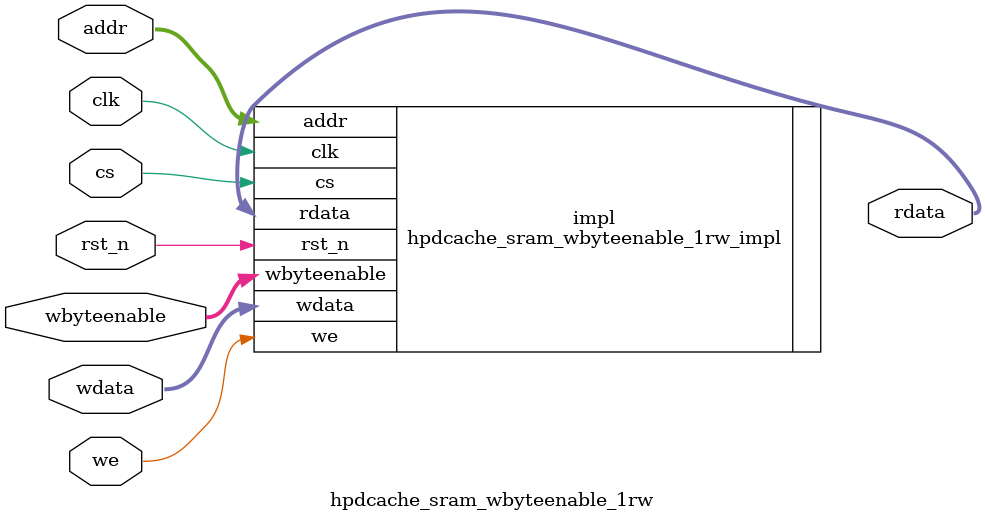
<source format=sv>
/*
 *  Copyright 2023 CEA*
 *  *Commissariat a l'Energie Atomique et aux Energies Alternatives (CEA)
 *
 *  SPDX-License-Identifier: Apache-2.0 WITH SHL-2.1
 *
 *  Licensed under the Solderpad Hardware License v 2.1 (the “License”); you
 *  may not use this file except in compliance with the License, or, at your
 *  option, the Apache License version 2.0. You may obtain a copy of the
 *  License at
 *
 *  https://solderpad.org/licenses/SHL-2.1/
 *
 *  Unless required by applicable law or agreed to in writing, any work
 *  distributed under the License is distributed on an “AS IS” BASIS, WITHOUT
 *  WARRANTIES OR CONDITIONS OF ANY KIND, either express or implied. See the
 *  License for the specific language governing permissions and limitations
 *  under the License.
 */
/*
 *  Authors       : Cesar Fuguet
 *  Creation Date : March, 2020
 *  Description   : Behavioral model of a 1RW SRAM with write byte enable
 *  History       :
 */

// 128 |    64 

module hpdcache_sram_wbyteenable_1rw
#(
    parameter int unsigned ADDR_SIZE = 0,
    parameter int unsigned DATA_SIZE = 0,
    parameter int unsigned DEPTH = 2**ADDR_SIZE
)
(
    input  logic                   clk,
    input  logic                   rst_n,
    input  logic                   cs,
    input  logic                   we,
    input  logic [ADDR_SIZE-1:0]   addr,
    input  logic [DATA_SIZE-1:0]   wdata,
    input  logic [DATA_SIZE/8-1:0] wbyteenable,
    output logic [DATA_SIZE-1:0]   rdata
);
    hpdcache_sram_wbyteenable_1rw_impl impl (
        .clk(clk),
        .rst_n(rst_n),
        .cs(cs),
        .we(we),
        .addr(addr),
        .wdata(wdata),
        .wbyteenable(wbyteenable),
        .rdata(rdata)
    );
endmodule : hpdcache_sram_wbyteenable_1rw

</source>
